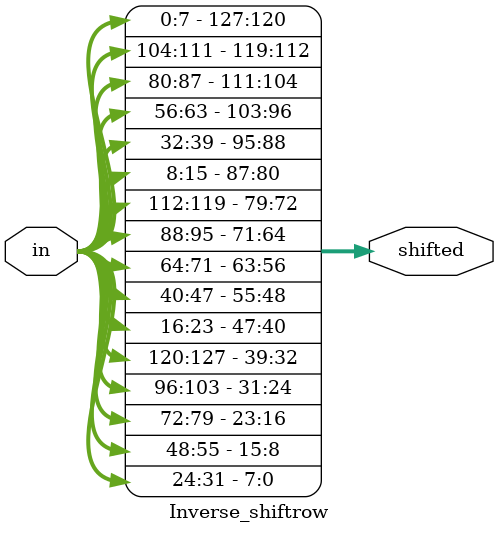
<source format=v>
module Inverse_shiftrow (in, shifted);
	input [0:127] in;
	output [0:127] shifted;
	
	// First row (r = 0) is not shifted
	assign shifted[0+:8] = in[0+:8];
	assign shifted[32+:8] = in[32+:8];
	assign shifted[64+:8] = in[64+:8];
   assign shifted[96+:8] = in[96+:8];
	
	// Second row (r = 1) is cyclically right shifted by 1 offset
   assign shifted[8+:8] = in[104+:8];
   assign shifted[40+:8] = in[8+:8];
   assign shifted[72+:8] = in[40+:8];
   assign shifted[104+:8] = in[72+:8];
	
	// Third row (r = 2) is cyclically right shifted by 2 offsets
   assign shifted[16+:8] = in[80+:8];
   assign shifted[48+:8] = in[112+:8];
   assign shifted[80+:8] = in[16+:8];
   assign shifted[112+:8] = in[48+:8];
	
	// Fourth row (r = 3) is cyclically right shifted by 3 offsets
   assign shifted[24+:8] = in[56+:8];
   assign shifted[56+:8] = in[88+:8];
   assign shifted[88+:8] = in[120+:8];
   assign shifted[120+:8] = in[24+:8];

endmodule
</source>
